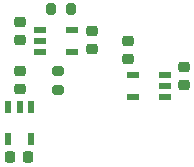
<source format=gbp>
G04 #@! TF.GenerationSoftware,KiCad,Pcbnew,7.0.10*
G04 #@! TF.CreationDate,2024-08-16T14:30:36-05:00*
G04 #@! TF.ProjectId,DiffPCB,44696666-5043-4422-9e6b-696361645f70,rev?*
G04 #@! TF.SameCoordinates,Original*
G04 #@! TF.FileFunction,Paste,Bot*
G04 #@! TF.FilePolarity,Positive*
%FSLAX46Y46*%
G04 Gerber Fmt 4.6, Leading zero omitted, Abs format (unit mm)*
G04 Created by KiCad (PCBNEW 7.0.10) date 2024-08-16 14:30:36*
%MOMM*%
%LPD*%
G01*
G04 APERTURE LIST*
G04 Aperture macros list*
%AMRoundRect*
0 Rectangle with rounded corners*
0 $1 Rounding radius*
0 $2 $3 $4 $5 $6 $7 $8 $9 X,Y pos of 4 corners*
0 Add a 4 corners polygon primitive as box body*
4,1,4,$2,$3,$4,$5,$6,$7,$8,$9,$2,$3,0*
0 Add four circle primitives for the rounded corners*
1,1,$1+$1,$2,$3*
1,1,$1+$1,$4,$5*
1,1,$1+$1,$6,$7*
1,1,$1+$1,$8,$9*
0 Add four rect primitives between the rounded corners*
20,1,$1+$1,$2,$3,$4,$5,0*
20,1,$1+$1,$4,$5,$6,$7,0*
20,1,$1+$1,$6,$7,$8,$9,0*
20,1,$1+$1,$8,$9,$2,$3,0*%
G04 Aperture macros list end*
%ADD10RoundRect,0.225000X0.250000X-0.225000X0.250000X0.225000X-0.250000X0.225000X-0.250000X-0.225000X0*%
%ADD11RoundRect,0.200000X0.275000X-0.200000X0.275000X0.200000X-0.275000X0.200000X-0.275000X-0.200000X0*%
%ADD12R,0.977900X0.508000*%
%ADD13R,0.508000X0.977900*%
%ADD14RoundRect,0.200000X0.200000X0.275000X-0.200000X0.275000X-0.200000X-0.275000X0.200000X-0.275000X0*%
%ADD15RoundRect,0.225000X-0.225000X-0.250000X0.225000X-0.250000X0.225000X0.250000X-0.225000X0.250000X0*%
G04 APERTURE END LIST*
D10*
X147045000Y-86964998D03*
X147045000Y-85414998D03*
X140975000Y-86164998D03*
X140975000Y-84614998D03*
X150059750Y-87785001D03*
X150059750Y-86235001D03*
X140925001Y-90335250D03*
X140925001Y-88785250D03*
D11*
X144155000Y-90435000D03*
X144155000Y-88785000D03*
D12*
X153245000Y-89100000D03*
X153245000Y-90050001D03*
X153245000Y-91000002D03*
X150514500Y-91000002D03*
X150514500Y-89100000D03*
D13*
X139964999Y-91854750D03*
X140915000Y-91854750D03*
X141865001Y-91854750D03*
X141865001Y-94585250D03*
X139964999Y-94585250D03*
D14*
X145260000Y-83549998D03*
X143610000Y-83549998D03*
D12*
X142665000Y-87200000D03*
X142665000Y-86249999D03*
X142665000Y-85299998D03*
X145395500Y-85299998D03*
X145395500Y-87200000D03*
D10*
X154869750Y-89965001D03*
X154869750Y-88415001D03*
D15*
X140105001Y-96105250D03*
X141655001Y-96105250D03*
M02*

</source>
